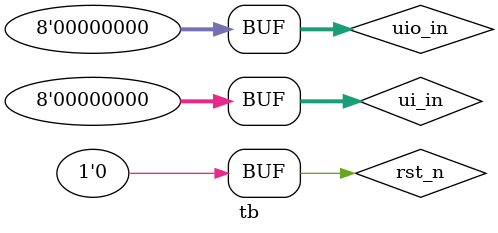
<source format=v>
`default_nettype none 
`timescale 1ns / 1ps

/* This testbench just instantiates the module and makes some convenient wires
   that can be driven / tested by the cocotb test.py.
*/
module tb ();

  // Dump the signals to a VCD file. You can view it with gtkwave.
  initial begin
    $dumpfile("tb.vcd");
    $dumpvars(0, tb);
    #1;
  end

  // Wire up the inputs and outputs:

  reg clk;
  reg rst_n;
  reg ena;
  reg [7:0] ui_in;
  reg [7:0] uio_in;
  wire [7:0] uo_out;
  wire [7:0] uio_out;
  wire [7:0] uio_oe;

  // Replace tt_um_example with your module name:
  tt_um_ericsmi_weste_problem_4_11 tt_um_ericsmi_weste_problem_4_11 (

      // Include power ports for the Gate Level test:
`ifdef GL_TEST
      .VPWR(1'b1),
      .VGND(1'b0),
`endif

      .ena(ena),
      .clk(clk),
      .rst_n(rst_n),
      .ui_in(ui_in[7:0]),
      .uo_out(uo_out[7:0]),
      .uio_in(uio_in[7:0]),
      .uio_out(),
      .uio_oe()
    );

  initial begin
    rst_n = 0;
    ui_in[7:0] = 8'd0;
    uio_in[7:0] = 8'd0;
  end

endmodule

</source>
